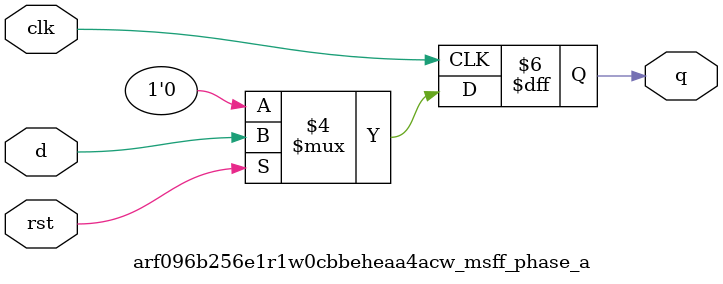
<source format=sv>
`ifndef ARF096B256E1R1W0CBBEHEAA4ACW_MSFF_PHASE_A_SV
`define ARF096B256E1R1W0CBBEHEAA4ACW_MSFF_PHASE_A_SV

module arf096b256e1r1w0cbbeheaa4acw_msff_phase_a #
(
  parameter DWIDTH = 1
)
(
  input  logic [DWIDTH-1:0] d,
  input  logic clk,
  input  logic rst,
  output logic [DWIDTH-1:0] q
);

always_ff @ (posedge clk) begin
  if (~rst) begin
    q <= '0;
  end
  else begin
    q <= d;
  end
end

endmodule // arf096b256e1r1w0cbbeheaa4acw_msff_phase_a

`endif // ARF096B256E1R1W0CBBEHEAA4ACW_MSFF_PHASE_A_SV
</source>
